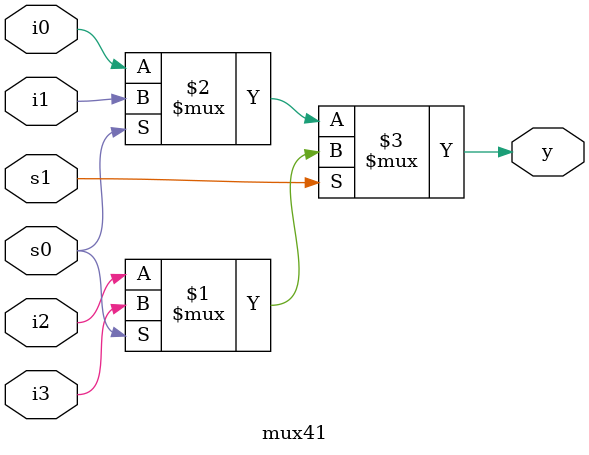
<source format=v>
module mux41(s0,s1,i0,i1,i2,i3,y);
input s0,s1,i0,i1,i2,i3;
output y;
assign y=s1?(s0?i3:i2):(s0?i1:i0);
endmodule

//# s1=0,s0=1,i0=0,i1=1,i2=0,i3=0,y=1
//# s1=0,s0=0,i0=0,i1=0,i2=0,i3=1,y=0
//# s1=0,s0=0,i0=1,i1=0,i2=0,i3=1,y=1
//# s1=0,s0=1,i0=0,i1=0,i2=1,i3=1,y=0
//# s1=0,s0=0,i0=1,i1=1,i2=0,i3=1,y=1
//# s1=0,s0=0,i0=1,i1=1,i2=0,i3=1,y=1
//# s1=0,s0=1,i0=0,i1=1,i2=0,i3=1,y=1
//# s1=1,s0=0,i0=0,i1=0,i2=1,i3=0,y=1


</source>
